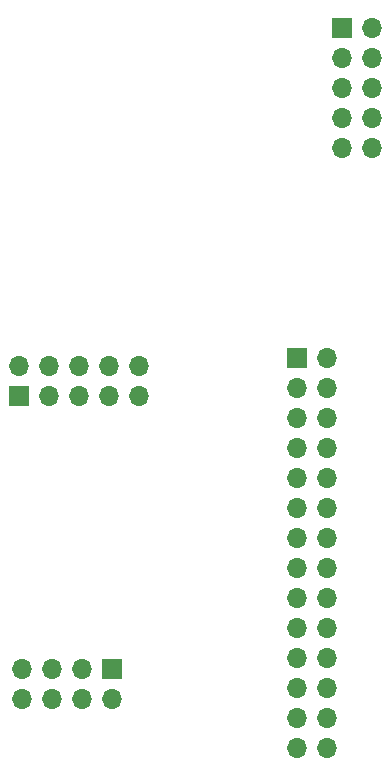
<source format=gbr>
%TF.GenerationSoftware,KiCad,Pcbnew,8.0.8-8.0.8-0~ubuntu24.04.1*%
%TF.CreationDate,2025-02-10T11:28:01-08:00*%
%TF.ProjectId,mem_ext_board,6d656d5f-6578-4745-9f62-6f6172642e6b,rev?*%
%TF.SameCoordinates,Original*%
%TF.FileFunction,Soldermask,Bot*%
%TF.FilePolarity,Negative*%
%FSLAX46Y46*%
G04 Gerber Fmt 4.6, Leading zero omitted, Abs format (unit mm)*
G04 Created by KiCad (PCBNEW 8.0.8-8.0.8-0~ubuntu24.04.1) date 2025-02-10 11:28:01*
%MOMM*%
%LPD*%
G01*
G04 APERTURE LIST*
%ADD10R,1.700000X1.700000*%
%ADD11O,1.700000X1.700000*%
G04 APERTURE END LIST*
D10*
%TO.C,J2*%
X147956547Y-105025000D03*
D11*
X147956547Y-107565000D03*
X145416547Y-105025000D03*
X145416547Y-107565000D03*
X142876547Y-105025000D03*
X142876547Y-107565000D03*
X140336547Y-105025000D03*
X140336547Y-107565000D03*
%TD*%
D10*
%TO.C,J1*%
X140116547Y-81915000D03*
D11*
X140116547Y-79375000D03*
X142656547Y-81915000D03*
X142656547Y-79375000D03*
X145196547Y-81915000D03*
X145196547Y-79375000D03*
X147736547Y-81915000D03*
X147736547Y-79375000D03*
X150276547Y-81915000D03*
X150276547Y-79375000D03*
%TD*%
D10*
%TO.C,J4*%
X167421547Y-50800000D03*
D11*
X169961547Y-50800000D03*
X167421547Y-53340000D03*
X169961547Y-53340000D03*
X167421547Y-55880000D03*
X169961547Y-55880000D03*
X167421547Y-58420000D03*
X169961547Y-58420000D03*
X167421547Y-60960000D03*
X169961547Y-60960000D03*
%TD*%
D10*
%TO.C,J3*%
X163611547Y-78740000D03*
D11*
X166151547Y-78740000D03*
X163611547Y-81280000D03*
X166151547Y-81280000D03*
X163611547Y-83820000D03*
X166151547Y-83820000D03*
X163611547Y-86360000D03*
X166151547Y-86360000D03*
X163611547Y-88900000D03*
X166151547Y-88900000D03*
X163611547Y-91440000D03*
X166151547Y-91440000D03*
X163611547Y-93980000D03*
X166151547Y-93980000D03*
X163611547Y-96520000D03*
X166151547Y-96520000D03*
X163611547Y-99060000D03*
X166151547Y-99060000D03*
X163611547Y-101600000D03*
X166151547Y-101600000D03*
X163611547Y-104140000D03*
X166151547Y-104140000D03*
X163611547Y-106680000D03*
X166151547Y-106680000D03*
X163611547Y-109220000D03*
X166151547Y-109220000D03*
X163611547Y-111760000D03*
X166151547Y-111760000D03*
%TD*%
M02*

</source>
